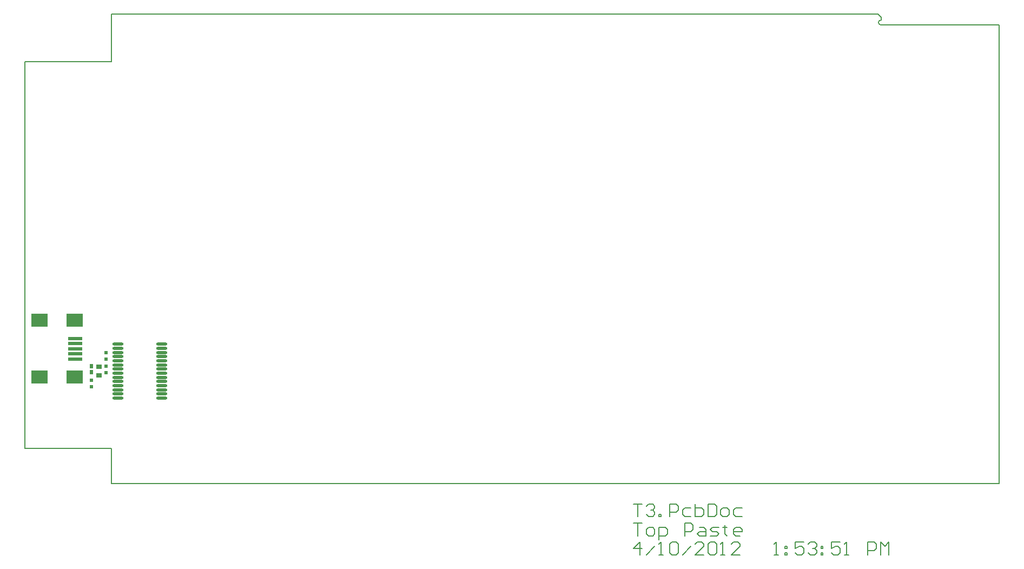
<source format=gtp>
%FSLAX44Y44*%
%MOMM*%
G71*
G01*
G75*
G04 Layer_Color=8421504*
%ADD10O,1.8000X0.4500*%
%ADD11R,0.5000X0.6000*%
%ADD12R,0.9000X0.8000*%
%ADD13R,0.6000X0.7000*%
%ADD14R,2.3000X0.5000*%
%ADD15R,2.5000X2.0000*%
%ADD16C,0.3810*%
%ADD17C,0.5080*%
%ADD18C,0.2540*%
%ADD19C,0.1270*%
%ADD20C,0.1524*%
%ADD21C,1.3970*%
%ADD22C,0.1270*%
%ADD23C,5.0000*%
%ADD24C,0.2000*%
%ADD25C,1.2700*%
%ADD26C,0.5588*%
%ADD27R,1.6764X0.7366*%
D10*
X146000Y218250D02*
D03*
Y211750D02*
D03*
Y205250D02*
D03*
Y198750D02*
D03*
Y192250D02*
D03*
Y185750D02*
D03*
Y179250D02*
D03*
Y172750D02*
D03*
Y166250D02*
D03*
Y159750D02*
D03*
Y153250D02*
D03*
Y146750D02*
D03*
Y140250D02*
D03*
Y133750D02*
D03*
X214000Y218250D02*
D03*
Y211750D02*
D03*
Y205250D02*
D03*
Y198750D02*
D03*
Y192250D02*
D03*
Y185750D02*
D03*
Y179250D02*
D03*
Y172750D02*
D03*
Y166250D02*
D03*
Y159750D02*
D03*
Y153250D02*
D03*
Y146750D02*
D03*
Y140250D02*
D03*
Y133750D02*
D03*
D11*
X127000Y174000D02*
D03*
Y184000D02*
D03*
X104000Y152000D02*
D03*
Y162000D02*
D03*
X127000Y195000D02*
D03*
Y205000D02*
D03*
D12*
X116000Y169000D02*
D03*
Y183000D02*
D03*
D13*
X104000Y183500D02*
D03*
Y174500D02*
D03*
D14*
X79000Y227000D02*
D03*
Y219000D02*
D03*
Y211000D02*
D03*
Y203000D02*
D03*
Y195000D02*
D03*
D15*
X78000Y166500D02*
D03*
X23000D02*
D03*
Y255500D02*
D03*
X78000D02*
D03*
D19*
X1340000Y725500D02*
G03*
X1340000Y718000I0J-3750D01*
G01*
X1525000Y0D02*
Y718000D01*
X136000Y735000D02*
X1335000D01*
X1340000Y730000D01*
Y725500D02*
Y730000D01*
Y718000D02*
X1525000D01*
X136000Y0D02*
Y55000D01*
X0D02*
X136000D01*
X0D02*
Y660500D01*
X136000D02*
Y735000D01*
X0Y660500D02*
X136000D01*
D20*
X952750Y-61756D02*
X966079D01*
X959415D01*
Y-81750D01*
X976076D02*
X982740D01*
X986073Y-78418D01*
Y-71753D01*
X982740Y-68421D01*
X976076D01*
X972744Y-71753D01*
Y-78418D01*
X976076Y-81750D01*
X992737Y-88414D02*
Y-68421D01*
X1002734D01*
X1006066Y-71753D01*
Y-78418D01*
X1002734Y-81750D01*
X992737D01*
X1032724D02*
Y-61756D01*
X1042721D01*
X1046053Y-65089D01*
Y-71753D01*
X1042721Y-75086D01*
X1032724D01*
X1056050Y-68421D02*
X1062715D01*
X1066047Y-71753D01*
Y-81750D01*
X1056050D01*
X1052718Y-78418D01*
X1056050Y-75086D01*
X1066047D01*
X1072711Y-81750D02*
X1082708D01*
X1086040Y-78418D01*
X1082708Y-75086D01*
X1076044D01*
X1072711Y-71753D01*
X1076044Y-68421D01*
X1086040D01*
X1096037Y-65089D02*
Y-68421D01*
X1092705D01*
X1099369D01*
X1096037D01*
Y-78418D01*
X1099369Y-81750D01*
X1119363D02*
X1112698D01*
X1109366Y-78418D01*
Y-71753D01*
X1112698Y-68421D01*
X1119363D01*
X1122695Y-71753D01*
Y-75086D01*
X1109366D01*
X136000Y0D02*
X1525000D01*
X1172750Y-111750D02*
X1179415D01*
X1176082D01*
Y-91756D01*
X1172750Y-95089D01*
X1189411Y-98421D02*
X1192744D01*
Y-101753D01*
X1189411D01*
Y-98421D01*
Y-108418D02*
X1192744D01*
Y-111750D01*
X1189411D01*
Y-108418D01*
X1219402Y-91756D02*
X1206072D01*
Y-101753D01*
X1212737Y-98421D01*
X1216069D01*
X1219402Y-101753D01*
Y-108418D01*
X1216069Y-111750D01*
X1209405D01*
X1206072Y-108418D01*
X1226066Y-95089D02*
X1229398Y-91756D01*
X1236063D01*
X1239395Y-95089D01*
Y-98421D01*
X1236063Y-101753D01*
X1232731D01*
X1236063D01*
X1239395Y-105085D01*
Y-108418D01*
X1236063Y-111750D01*
X1229398D01*
X1226066Y-108418D01*
X1246060Y-98421D02*
X1249392D01*
Y-101753D01*
X1246060D01*
Y-98421D01*
Y-108418D02*
X1249392D01*
Y-111750D01*
X1246060D01*
Y-108418D01*
X1276050Y-91756D02*
X1262721D01*
Y-101753D01*
X1269385Y-98421D01*
X1272718D01*
X1276050Y-101753D01*
Y-108418D01*
X1272718Y-111750D01*
X1266053D01*
X1262721Y-108418D01*
X1282715Y-111750D02*
X1289379D01*
X1286047D01*
Y-91756D01*
X1282715Y-95089D01*
X1319369Y-111750D02*
Y-91756D01*
X1329366D01*
X1332698Y-95089D01*
Y-101753D01*
X1329366Y-105085D01*
X1319369D01*
X1339363Y-111750D02*
Y-91756D01*
X1346027Y-98421D01*
X1352692Y-91756D01*
Y-111750D01*
X962747D02*
Y-91756D01*
X952750Y-101753D01*
X966079D01*
X972744Y-111750D02*
X986073Y-98421D01*
X992737Y-111750D02*
X999402D01*
X996069D01*
Y-91756D01*
X992737Y-95089D01*
X1009398D02*
X1012731Y-91756D01*
X1019395D01*
X1022727Y-95089D01*
Y-108418D01*
X1019395Y-111750D01*
X1012731D01*
X1009398Y-108418D01*
Y-95089D01*
X1029392Y-111750D02*
X1042721Y-98421D01*
X1062714Y-111750D02*
X1049386D01*
X1062714Y-98421D01*
Y-95089D01*
X1059382Y-91756D01*
X1052718D01*
X1049386Y-95089D01*
X1069379D02*
X1072711Y-91756D01*
X1079376D01*
X1082708Y-95089D01*
Y-108418D01*
X1079376Y-111750D01*
X1072711D01*
X1069379Y-108418D01*
Y-95089D01*
X1089373Y-111750D02*
X1096037D01*
X1092705D01*
Y-91756D01*
X1089373Y-95089D01*
X1119363Y-111750D02*
X1106034D01*
X1119363Y-98421D01*
Y-95089D01*
X1116031Y-91756D01*
X1109366D01*
X1106034Y-95089D01*
X952750Y-31756D02*
X966079D01*
X959415D01*
Y-51750D01*
X972744Y-35089D02*
X976076Y-31756D01*
X982740D01*
X986073Y-35089D01*
Y-38421D01*
X982740Y-41753D01*
X979408D01*
X982740D01*
X986073Y-45086D01*
Y-48418D01*
X982740Y-51750D01*
X976076D01*
X972744Y-48418D01*
X992737Y-51750D02*
Y-48418D01*
X996069D01*
Y-51750D01*
X992737D01*
X1009398D02*
Y-31756D01*
X1019395D01*
X1022727Y-35089D01*
Y-41753D01*
X1019395Y-45086D01*
X1009398D01*
X1042721Y-38421D02*
X1032724D01*
X1029392Y-41753D01*
Y-48418D01*
X1032724Y-51750D01*
X1042721D01*
X1049386Y-31756D02*
Y-51750D01*
X1059382D01*
X1062714Y-48418D01*
Y-45086D01*
Y-41753D01*
X1059382Y-38421D01*
X1049386D01*
X1069379Y-31756D02*
Y-51750D01*
X1079376D01*
X1082708Y-48418D01*
Y-35089D01*
X1079376Y-31756D01*
X1069379D01*
X1092705Y-51750D02*
X1099369D01*
X1102702Y-48418D01*
Y-41753D01*
X1099369Y-38421D01*
X1092705D01*
X1089373Y-41753D01*
Y-48418D01*
X1092705Y-51750D01*
X1122695Y-38421D02*
X1112698D01*
X1109366Y-41753D01*
Y-48418D01*
X1112698Y-51750D01*
X1122695D01*
M02*

</source>
